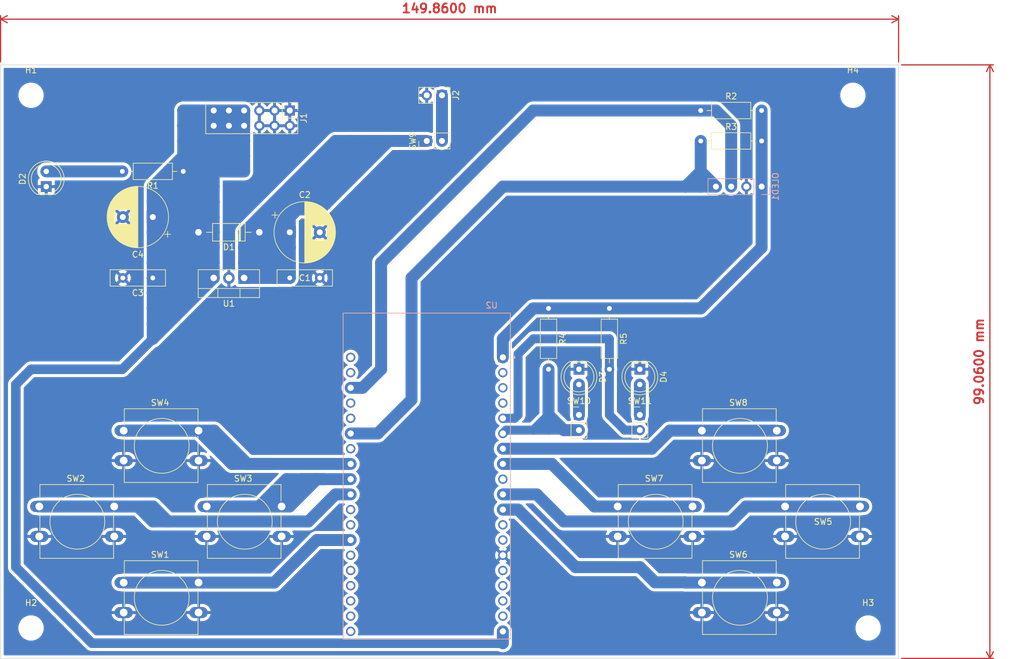
<source format=kicad_pcb>
(kicad_pcb (version 20211014) (generator pcbnew)
  (layers (0 "F.Cu" signal) (31 "B.Cu" signal) (34 "B.Paste" user) (35 "F.Paste" user) (36 "B.SilkS" user "B.Silkscreen") (37 "F.SilkS" user "F.Silkscreen") (38 "B.Mask" user) (39 "F.Mask" user) (44 "Edge.Cuts" user))
  (net 0 "")
  (net 1 "Net-(C1-Pad1)")
  (net 2 "GND")
  (net 3 "+5V")
  (net 4 "Net-(D2-Pad2)")
  (net 5 "Net-(D3-Pad2)")
  (net 6 "Net-(D4-Pad2)")
  (net 7 "VCC")
  (net 8 "+3.3V")
  (net 9 "SCL")
  (net 10 "SDA")
  (net 11 "5")
  (net 12 "6")
  (net 13 "A")
  (net 14 "B")
  (net 15 "C")
  (net 16 "D")
  (net 17 "1")
  (net 18 "2")
  (net 19 "3")
  (net 20 "4")
  (footprint "Button_Switch_THT:SW_PUSH-12mm" (layer "F.Cu") (at 69.96 124.5)
    (fp_text reference "SW2" (at 6.08 -4.66) (layer "F.SilkS"))
    (fp_text value "SW_Push_Dual")
    (pad "1" thru_hole oval (at 0 0) (size 3.048 1.85) (drill 1.3) (layers *.Cu *.Mask) (net 14 "B"))
    (pad "1" thru_hole oval (at 12.5 0) (size 3.048 1.85) (drill 1.3) (layers *.Cu *.Mask) (net 14 "B"))
    (pad "2" thru_hole oval (at 0 5) (size 3.048 1.85) (drill 1.3) (layers *.Cu *.Mask) (net 2 "GND"))
    (pad "2" thru_hole oval (at 12.5 5) (size 3.048 1.85) (drill 1.3) (layers *.Cu *.Mask) (net 2 "GND"))
  )
  (footprint "MountingHole:MountingHole_3.2mm_M3" (layer "F.Cu") (at 208.28 144.78)
    (fp_text reference "H3" (at 0 -4.2) (layer "F.SilkS"))
    (fp_text value "MountingHole")
    (pad "" np_thru_hole circle (at 0 0) (size 3.2 3.2) (drill 3.2) (layers *.Cu *.Mask))
  )
  (footprint "Button_Switch_THT:SW_PUSH-12mm" (layer "F.Cu") (at 166.48 124.5)
    (fp_text reference "SW7" (at 6.08 -4.66) (layer "F.SilkS"))
    (fp_text value "SW_Push_Dual")
    (pad "1" thru_hole oval (at 0 0) (size 3.048 1.85) (drill 1.3) (layers *.Cu *.Mask) (net 19 "3"))
    (pad "1" thru_hole oval (at 12.5 0) (size 3.048 1.85) (drill 1.3) (layers *.Cu *.Mask) (net 19 "3"))
    (pad "2" thru_hole oval (at 0 5) (size 3.048 1.85) (drill 1.3) (layers *.Cu *.Mask) (net 2 "GND"))
    (pad "2" thru_hole oval (at 12.5 5) (size 3.048 1.85) (drill 1.3) (layers *.Cu *.Mask) (net 2 "GND"))
  )
  (footprint "Button_Switch_THT:SW_PUSH-12mm" (layer "F.Cu") (at 97.9 124.5)
    (fp_text reference "SW3" (at 6.08 -4.66) (layer "F.SilkS"))
    (fp_text value "SW_Push_Dual")
    (pad "1" thru_hole oval (at 0 0) (size 3.048 1.85) (drill 1.3) (layers *.Cu *.Mask) (net 15 "C"))
    (pad "1" thru_hole oval (at 12.5 0) (size 3.048 1.85) (drill 1.3) (layers *.Cu *.Mask) (net 15 "C"))
    (pad "2" thru_hole oval (at 12.5 5) (size 3.048 1.85) (drill 1.3) (layers *.Cu *.Mask) (net 2 "GND"))
    (pad "2" thru_hole oval (at 0 5) (size 3.048 1.85) (drill 1.3) (layers *.Cu *.Mask) (net 2 "GND"))
  )
  (footprint "MountingHole:MountingHole_3.2mm_M3" (layer "F.Cu") (at 68.58 144.78)
    (fp_text reference "H2" (at 0 -4.2) (layer "F.SilkS"))
    (fp_text value "MountingHole")
    (pad "" np_thru_hole circle (at 0 0) (size 3.2 3.2) (drill 3.2) (layers *.Cu *.Mask))
  )
  (footprint "Connector_PinHeader_2.54mm:PinHeader_1x02_P2.54mm_Vertical" (layer "F.Cu") (at 170.18 109.22)
    (fp_text reference "SW11" (at 0 -2.33) (layer "F.SilkS"))
    (fp_text value "SW_DIP_x01")
    (pad "1" thru_hole rect (at 0 0) (size 1.7 1.7) (drill 1) (layers *.Cu *.Mask) (net 6 "Net-(D4-Pad2)"))
    (pad "2" thru_hole oval (at 0 2.54) (size 1.7 1.7) (drill 1) (layers *.Cu *.Mask) (net 12 "6"))
  )
  (footprint "LED_THT:LED_D5.0mm" (layer "F.Cu") (at 71.12 71.12 90)
    (fp_text reference "D2" (at 1.27 -3.96 90) (layer "F.SilkS"))
    (fp_text value "LED")
    (pad "1" thru_hole rect (at 0 0 90) (size 1.8 1.8) (drill 0.9) (layers *.Cu *.Mask) (net 2 "GND"))
    (pad "2" thru_hole circle (at 2.54 0 90) (size 1.8 1.8) (drill 0.9) (layers *.Cu *.Mask) (net 4 "Net-(D2-Pad2)"))
  )
  (footprint "Connector_PinHeader_2.54mm:PinHeader_1x02_P2.54mm_Vertical" (layer "F.Cu") (at 160.02 109.22)
    (fp_text reference "SW10" (at 0 -2.33) (layer "F.SilkS"))
    (fp_text value "SW_DIP_x01")
    (pad "1" thru_hole rect (at 0 0) (size 1.7 1.7) (drill 1) (layers *.Cu *.Mask) (net 5 "Net-(D3-Pad2)"))
    (pad "2" thru_hole oval (at 0 2.54) (size 1.7 1.7) (drill 1) (layers *.Cu *.Mask) (net 11 "5"))
  )
  (footprint "Button_Switch_THT:SW_PUSH-12mm" (layer "F.Cu") (at 180.54 137.2)
    (fp_text reference "SW6" (at 6.08 -4.66) (layer "F.SilkS"))
    (fp_text value "SW_Push_Dual")
    (pad "1" thru_hole oval (at 0 0) (size 3.048 1.85) (drill 1.3) (layers *.Cu *.Mask) (net 18 "2"))
    (pad "1" thru_hole oval (at 12.5 0) (size 3.048 1.85) (drill 1.3) (layers *.Cu *.Mask) (net 18 "2"))
    (pad "2" thru_hole oval (at 0 5) (size 3.048 1.85) (drill 1.3) (layers *.Cu *.Mask) (net 2 "GND"))
    (pad "2" thru_hole oval (at 12.5 5) (size 3.048 1.85) (drill 1.3) (layers *.Cu *.Mask) (net 2 "GND"))
  )
  (footprint "Capacitor_THT:C_Disc_D9.0mm_W2.5mm_P5.00mm" (layer "F.Cu") (at 88.9 86.36 180)
    (fp_text reference "C3" (at 2.5 -2.5) (layer "F.SilkS"))
    (fp_text value "0.1μF")
    (pad "1" thru_hole circle (at 0 0 180) (size 1.6 1.6) (drill 0.8) (layers *.Cu *.Mask) (net 3 "+5V"))
    (pad "2" thru_hole circle (at 5 0 180) (size 1.6 1.6) (drill 0.8) (layers *.Cu *.Mask) (net 2 "GND"))
  )
  (footprint "Resistor_THT:R_Axial_DIN0207_L6.3mm_D2.5mm_P10.16mm_Horizontal" (layer "F.Cu") (at 154.94 91.44 -90)
    (fp_text reference "R4" (at 5.08 -2.37 90) (layer "F.SilkS"))
    (fp_text value "220")
    (pad "1" thru_hole circle (at 0 0 270) (size 1.6 1.6) (drill 0.8) (layers *.Cu *.Mask) (net 8 "+3.3V"))
    (pad "2" thru_hole oval (at 10.16 0 270) (size 1.6 1.6) (drill 0.8) (layers *.Cu *.Mask) (net 11 "5"))
  )
  (footprint "Resistor_THT:R_Axial_DIN0207_L6.3mm_D2.5mm_P10.16mm_Horizontal" (layer "F.Cu") (at 180.34 63.5)
    (fp_text reference "R3" (at 5.08 -2.37) (layer "F.SilkS"))
    (fp_text value "10k")
    (pad "1" thru_hole circle (at 0 0) (size 1.6 1.6) (drill 0.8) (layers *.Cu *.Mask) (net 10 "SDA"))
    (pad "2" thru_hole oval (at 10.16 0) (size 1.6 1.6) (drill 0.8) (layers *.Cu *.Mask) (net 8 "+3.3V"))
  )
  (footprint "MountingHole:MountingHole_3.2mm_M3" (layer "F.Cu") (at 205.74 55.88)
    (fp_text reference "H4" (at 0 -4.2) (layer "F.SilkS"))
    (fp_text value "MountingHole")
    (pad "" np_thru_hole circle (at 0 0) (size 3.2 3.2) (drill 3.2) (layers *.Cu *.Mask))
  )
  (footprint "LED_THT:LED_D5.0mm" (layer "F.Cu") (at 170.18 101.6 -90)
    (fp_text reference "D4" (at 1.27 -3.96 90) (layer "F.SilkS"))
    (fp_text value "LED")
    (pad "1" thru_hole rect (at 0 0 270) (size 1.8 1.8) (drill 0.9) (layers *.Cu *.Mask) (net 2 "GND"))
    (pad "2" thru_hole circle (at 2.54 0 270) (size 1.8 1.8) (drill 0.9) (layers *.Cu *.Mask) (net 6 "Net-(D4-Pad2)"))
  )
  (footprint "LED_THT:LED_D5.0mm" (layer "F.Cu") (at 160.02 101.6 -90)
    (fp_text reference "D3" (at 1.27 -3.96 90) (layer "F.SilkS"))
    (fp_text value "LED")
    (pad "1" thru_hole rect (at 0 0 270) (size 1.8 1.8) (drill 0.9) (layers *.Cu *.Mask) (net 2 "GND"))
    (pad "2" thru_hole circle (at 2.54 0 270) (size 1.8 1.8) (drill 0.9) (layers *.Cu *.Mask) (net 5 "Net-(D3-Pad2)"))
  )
  (footprint "Button_Switch_THT:SW_PUSH-12mm" (layer "F.Cu") (at 84.04 111.84)
    (fp_text reference "SW4" (at 6.08 -4.66) (layer "F.SilkS"))
    (fp_text value "SW_Push_Dual")
    (pad "1" thru_hole oval (at 0 0) (size 3.048 1.85) (drill 1.3) (layers *.Cu *.Mask) (net 16 "D"))
    (pad "1" thru_hole oval (at 12.5 0) (size 3.048 1.85) (drill 1.3) (layers *.Cu *.Mask) (net 16 "D"))
    (pad "2" thru_hole oval (at 0 5) (size 3.048 1.85) (drill 1.3) (layers *.Cu *.Mask) (net 2 "GND"))
    (pad "2" thru_hole oval (at 12.5 5) (size 3.048 1.85) (drill 1.3) (layers *.Cu *.Mask) (net 2 "GND"))
  )
  (footprint "Button_Switch_THT:SW_PUSH-12mm" (layer "F.Cu") (at 194.42 124.5)
    (fp_text reference "SW5" (at 6.35 2.54) (layer "F.SilkS"))
    (fp_text value "SW_Push_Dual")
    (pad "1" thru_hole oval (at 0 0) (size 3.048 1.85) (drill 1.3) (layers *.Cu *.Mask) (net 17 "1"))
    (pad "1" thru_hole oval (at 12.5 0) (size 3.048 1.85) (drill 1.3) (layers *.Cu *.Mask) (net 17 "1"))
    (pad "2" thru_hole oval (at 0 5) (size 3.048 1.85) (drill 1.3) (layers *.Cu *.Mask) (net 2 "GND"))
    (pad "2" thru_hole oval (at 12.5 5) (size 3.048 1.85) (drill 1.3) (layers *.Cu *.Mask) (net 2 "GND"))
  )
  (footprint "Button_Switch_THT:SW_PUSH-12mm" (layer "F.Cu") (at 180.54 111.84)
    (fp_text reference "SW8" (at 6.08 -4.66) (layer "F.SilkS"))
    (fp_text value "SW_Push_Dual")
    (pad "1" thru_hole oval (at 12.5 0) (size 3.048 1.85) (drill 1.3) (layers *.Cu *.Mask) (net 20 "4"))
    (pad "1" thru_hole oval (at 0 0) (size 3.048 1.85) (drill 1.3) (layers *.Cu *.Mask) (net 20 "4"))
    (pad "2" thru_hole oval (at 12.5 5) (size 3.048 1.85) (drill 1.3) (layers *.Cu *.Mask) (net 2 "GND"))
    (pad "2" thru_hole oval (at 0 5) (size 3.048 1.85) (drill 1.3) (layers *.Cu *.Mask) (net 2 "GND"))
  )
  (footprint "Diode_THT:D_DO-41_SOD81_P10.16mm_Horizontal" (layer "F.Cu") (at 106.68 78.74 180)
    (fp_text reference "D1" (at 5.08 -2.47) (layer "F.SilkS"))
    (fp_text value "D_Schottky")
    (pad "1" thru_hole rect (at 0 0 180) (size 2.2 2.2) (drill 1.1) (layers *.Cu *.Mask) (net 1 "Net-(C1-Pad1)"))
    (pad "2" thru_hole oval (at 10.16 0 180) (size 2.2 2.2) (drill 1.1) (layers *.Cu *.Mask) (net 3 "+5V"))
  )
  (footprint "Resistor_THT:R_Axial_DIN0207_L6.3mm_D2.5mm_P10.16mm_Horizontal" (layer "F.Cu") (at 165.1 91.44 -90)
    (fp_text reference "R5" (at 5.08 -2.37 90) (layer "F.SilkS"))
    (fp_text value "220")
    (pad "1" thru_hole circle (at 0 0 270) (size 1.6 1.6) (drill 0.8) (layers *.Cu *.Mask) (net 8 "+3.3V"))
    (pad "2" thru_hole oval (at 10.16 0 270) (size 1.6 1.6) (drill 0.8) (layers *.Cu *.Mask) (net 12 "6"))
  )
  (footprint "Button_Switch_THT:SW_PUSH-12mm" (layer "F.Cu") (at 84.04 137.2)
    (fp_text reference "SW1" (at 6.08 -4.66) (layer "F.SilkS"))
    (fp_text value "SW_Push_Dual")
    (pad "1" thru_hole oval (at 0 0) (size 3.048 1.85) (drill 1.3) (layers *.Cu *.Mask) (net 13 "A"))
    (pad "1" thru_hole oval (at 12.5 0) (size 3.048 1.85) (drill 1.3) (layers *.Cu *.Mask) (net 13 "A"))
    (pad "2" thru_hole oval (at 0 5) (size 3.048 1.85) (drill 1.3) (layers *.Cu *.Mask) (net 2 "GND"))
    (pad "2" thru_hole oval (at 12.5 5) (size 3.048 1.85) (drill 1.3) (layers *.Cu *.Mask) (net 2 "GND"))
  )
  (footprint "Connector_PinHeader_2.54mm:PinHeader_2x06_P2.54mm_Vertical" (layer "F.Cu") (at 111.76 58.42 -90)
    (fp_text reference "J1" (at 1.27 -2.33 90) (layer "F.SilkS"))
    (fp_text value "Conn_02x06_Odd_Even")
    (pad "1" thru_hole rect (at 0 0 270) (size 1.7 1.7) (drill 1) (layers *.Cu *.Mask) (net 2 "GND"))
    (pad "2" thru_hole oval (at 2.54 0 270) (size 1.7 1.7) (drill 1) (layers *.Cu *.Mask) (net 2 "GND"))
    (pad "3" thru_hole oval (at 0 2.54 270) (size 1.7 1.7) (drill 1) (layers *.Cu *.Mask) (net 2 "GND"))
    (pad "4" thru_hole oval (at 2.54 2.54 270) (size 1.7 1.7) (drill 1) (layers *.Cu *.Mask) (net 2 "GND"))
    (pad "5" thru_hole oval (at 0 5.08 270) (size 1.7 1.7) (drill 1) (layers *.Cu *.Mask) (net 2 "GND"))
    (pad "6" thru_hole oval (at 2.54 5.08 270) (size 1.7 1.7) (drill 1) (layers *.Cu *.Mask) (net 2 "GND"))
    (pad "7" thru_hole oval (at 0 7.62 270) (size 1.7 1.7) (drill 1) (layers *.Cu *.Mask) (net 3 "+5V"))
    (pad "8" thru_hole oval (at 2.54 7.62 270) (size 1.7 1.7) (drill 1) (layers *.Cu *.Mask) (net 3 "+5V"))
    (pad "9" thru_hole oval (at 0 10.16 270) (size 1.7 1.7) (drill 1) (layers *.Cu *.Mask) (net 3 "+5V"))
    (pad "10" thru_hole oval (at 2.54 10.16 270) (size 1.7 1.7) (drill 1) (layers *.Cu *.Mask) (net 3 "+5V"))
    (pad "11" thru_hole oval (at 0 12.7 270) (size 1.7 1.7) (drill 1) (layers *.Cu *.Mask) (net 3 "+5V"))
    (pad "12" thru_hole oval (at 2.54 12.7 270) (size 1.7 1.7) (drill 1) (layers *.Cu *.Mask) (net 3 "+5V"))
  )
  (footprint "Connector_PinHeader_2.54mm:PinHeader_1x02_P2.54mm_Vertical" (layer "F.Cu") (at 134.62 63.5 90)
    (fp_text reference "SW9" (at 0 -2.33 90) (layer "F.SilkS"))
    (fp_text value "SW_DIP_x01")
    (pad "1" thru_hole rect (at 0 0 90) (size 1.7 1.7) (drill 1) (layers *.Cu *.Mask) (net 1 "Net-(C1-Pad1)"))
    (pad "2" thru_hole oval (at 0 2.54 90) (size 1.7 1.7) (drill 1) (layers *.Cu *.Mask) (net 7 "VCC"))
  )
  (footprint "Capacitor_THT:CP_Radial_D10.0mm_P5.00mm" (layer "F.Cu") (at 111.76 78.74)
    (fp_text reference "C2" (at 2.5 -6.25) (layer "F.SilkS"))
    (fp_text value "10uF～100uF")
    (pad "1" thru_hole rect (at 0 0) (size 2 2) (drill 1) (layers *.Cu *.Mask) (net 1 "Net-(C1-Pad1)"))
    (pad "2" thru_hole circle (at 5 0) (size 2 2) (drill 1) (layers *.Cu *.Mask) (net 2 "GND"))
  )
  (footprint "Resistor_THT:R_Axial_DIN0207_L6.3mm_D2.5mm_P10.16mm_Horizontal" (layer "F.Cu") (at 93.98 68.58 180)
    (fp_text reference "R1" (at 5.08 -2.37) (layer "F.SilkS"))
    (fp_text value "510")
    (pad "1" thru_hole circle (at 0 0 180) (size 1.6 1.6) (drill 0.8) (layers *.Cu *.Mask) (net 3 "+5V"))
    (pad "2" thru_hole oval (at 10.16 0 180) (size 1.6 1.6) (drill 0.8) (layers *.Cu *.Mask) (net 4 "Net-(D2-Pad2)"))
  )
  (footprint "MountingHole:MountingHole_3.2mm_M3" (layer "F.Cu") (at 68.58 55.88)
    (fp_text reference "H1" (at 0 -4.2) (layer "F.SilkS"))
    (fp_text value "MountingHole")
    (pad "" np_thru_hole circle (at 0 0) (size 3.2 3.2) (drill 3.2) (layers *.Cu *.Mask))
  )
  (footprint "Resistor_THT:R_Axial_DIN0207_L6.3mm_D2.5mm_P10.16mm_Horizontal" (layer "F.Cu") (at 180.34 58.42)
    (fp_text reference "R2" (at 5.08 -2.37) (layer "F.SilkS"))
    (fp_text value "10k")
    (pad "1" thru_hole circle (at 0 0) (size 1.6 1.6) (drill 0.8) (layers *.Cu *.Mask) (net 9 "SCL"))
    (pad "2" thru_hole oval (at 10.16 0) (size 1.6 1.6) (drill 0.8) (layers *.Cu *.Mask) (net 8 "+3.3V"))
  )
  (footprint "Package_TO_SOT_THT:TO-220-3_Vertical" (layer "F.Cu") (at 104.14 86.36 180)
    (fp_text reference "U1" (at 2.54 -4.27) (layer "F.SilkS"))
    (fp_text value "7805")
    (pad "1" thru_hole rect (at 0 0 180) (size 1.905 2) (drill 1.1) (layers *.Cu *.Mask) (net 1 "Net-(C1-Pad1)"))
    (pad "2" thru_hole oval (at 2.54 0 180) (size 1.905 2) (drill 1.1) (layers *.Cu *.Mask) (net 2 "GND"))
    (pad "3" thru_hole oval (at 5.08 0 180) (size 1.905 2) (drill 1.1) (layers *.Cu *.Mask) (net 3 "+5V"))
  )
  (footprint "Capacitor_THT:C_Disc_D9.0mm_W2.5mm_P5.00mm" (layer "F.Cu") (at 111.76 86.36)
    (fp_text reference "C1" (at 2.5 0) (layer "F.SilkS"))
    (fp_text value "0.1μF")
    (pad "1" thru_hole circle (at 0 0) (size 1.6 1.6) (drill 0.8) (layers *.Cu *.Mask) (net 1 "Net-(C1-Pad1)"))
    (pad "2" thru_hole circle (at 5 0) (size 1.6 1.6) (drill 0.8) (layers *.Cu *.Mask) (net 2 "GND"))
  )
  (footprint "Connector_PinHeader_2.54mm:PinHeader_1x02_P2.54mm_Vertical" (layer "F.Cu") (at 137.16 55.88 -90)
    (fp_text reference "J2" (at 0 -2.33 90) (layer "F.SilkS"))
    (fp_text value "Conn_01x02_Female")
    (pad "1" thru_hole rect (at 0 0 270) (size 1.7 1.7) (drill 1) (layers *.Cu *.Mask) (net 7 "VCC"))
    (pad "2" thru_hole oval (at 0 2.54 270) (size 1.7 1.7) (drill 1) (layers *.Cu *.Mask) (net 2 "GND"))
  )
  (footprint "Capacitor_THT:CP_Radial_D10.0mm_P5.00mm" (layer "F.Cu") (at 88.9 76.2 180)
    (fp_text reference "C4" (at 2.5 -6.25) (layer "F.SilkS"))
    (fp_text value "10uF～100uF")
    (pad "1" thru_hole rect (at 0 0 180) (size 2 2) (drill 1) (layers *.Cu *.Mask) (net 3 "+5V"))
    (pad "2" thru_hole circle (at 5 0 180) (size 2 2) (drill 1) (layers *.Cu *.Mask) (net 2 "GND"))
  )
  (footprint "Connector_PinHeader_2.54mm:PinHeader_1x04_P2.54mm_Vertical" (layer "B.Cu") (at 190.5 71.12 90)
    (fp_text reference "OLED1" (at 0 2.33 90) (layer "B.SilkS") (effects (justify mirror)))
    (fp_text value "OLED")
    (pad "1" thru_hole rect (at 0 0 90) (size 1.7 1.7) (drill 1) (layers *.Cu *.Mask) (net 8 "+3.3V"))
    (pad "2" thru_hole oval (at 0 -2.54 90) (size 1.7 1.7) (drill 1) (layers *.Cu *.Mask) (net 2 "GND"))
    (pad "3" thru_hole oval (at 0 -5.08 90) (size 1.7 1.7) (drill 1) (layers *.Cu *.Mask) (net 9 "SCL"))
    (pad "4" thru_hole oval (at 0 -7.62 90) (size 1.7 1.7) (drill 1) (layers *.Cu *.Mask) (net 10 "SDA"))
  )
  (footprint "ESP32-DEVKITC-32D:MODULE_ESP32-DEVKITC-32D" (layer "B.Cu") (at 134.62 119.38 180)
    (fp_text reference "U2" (at -10.829175 28.446045) (layer "B.SilkS") (effects (font (size 1.000386 1.000386)) (justify mirror)))
    (fp_text value "ESP32-DEVKITC-32D")
    (pad "J2-1" thru_hole rect locked (at -12.7 19.76 180) (size 1.56 1.56) (drill 1.04) (layers *.Cu *.Mask) (net 8 "+3.3V"))
    (pad "J2-2" thru_hole circle locked (at -12.7 17.22 180) (size 1.56 1.56) (drill 1.04) (layers *.Cu *.Mask))
    (pad "J2-3" thru_hole circle locked (at -12.7 14.68 180) (size 1.56 1.56) (drill 1.04) (layers *.Cu *.Mask))
    (pad "J2-4" thru_hole circle locked (at -12.7 12.14 180) (size 1.56 1.56) (drill 1.04) (layers *.Cu *.Mask))
    (pad "J2-5" thru_hole circle locked (at -12.7 9.6 180) (size 1.56 1.56) (drill 1.04) (layers *.Cu *.Mask) (net 12 "6"))
    (pad "J2-6" thru_hole circle locked (at -12.7 7.06 180) (size 1.56 1.56) (drill 1.04) (layers *.Cu *.Mask) (net 11 "5"))
    (pad "J2-7" thru_hole circle locked (at -12.7 4.52 180) (size 1.56 1.56) (drill 1.04) (layers *.Cu *.Mask) (net 20 "4"))
    (pad "J2-8" thru_hole circle locked (at -12.7 1.98 180) (size 1.56 1.56) (drill 1.04) (layers *.Cu *.Mask) (net 19 "3"))
    (pad "J2-9" thru_hole circle locked (at -12.7 -0.56 180) (size 1.56 1.56) (drill 1.04) (layers *.Cu *.Mask))
    (pad "J2-10" thru_hole circle locked (at -12.7 -3.1 180) (size 1.56 1.56) (drill 1.04) (layers *.Cu *.Mask) (net 17 "1"))
    (pad "J2-11" thru_hole circle locked (at -12.7 -5.64 180) (size 1.56 1.56) (drill 1.04) (layers *.Cu *.Mask) (net 18 "2"))
    (pad "J2-12" thru_hole circle locked (at -12.7 -8.18 180) (size 1.56 1.56) (drill 1.04) (layers *.Cu *.Mask))
    (pad "J2-13" thru_hole circle locked (at -12.7 -10.72 180) (size 1.56 1.56) (drill 1.04) (layers *.Cu *.Mask))
    (pad "J2-14" thru_hole circle locked (at -12.7 -13.26 180) (size 1.56 1.56) (drill 1.04) (layers *.Cu *.Mask) (net 2 "GND"))
    (pad "J2-15" thru_hole circle locked (at -12.7 -15.8 180) (size 1.56 1.56) (drill 1.04) (layers *.Cu *.Mask))
    (pad "J2-16" thru_hole circle locked (at -12.7 -18.34 180) (size 1.56 1.56) (drill 1.04) (layers *.Cu *.Mask))
    (pad "J2-17" thru_hole circle locked (at -12.7 -20.88 180) (size 1.56 1.56) (drill 1.04) (layers *.Cu *.Mask))
    (pad "J2-18" thru_hole circle locked (at -12.7 -23.42 180) (size 1.56 1.56) (drill 1.04) (layers *.Cu *.Mask))
    (pad "J2-19" thru_hole circle locked (at -12.7 -25.96 180) (size 1.56 1.56) (drill 1.04) (layers *.Cu *.Mask) (net 3 "+5V"))
    (pad "J3-1" thru_hole circle locked (at 12.7 19.76 180) (size 1.56 1.56) (drill 1.04) (layers *.Cu *.Mask))
    (pad "J3-2" thru_hole circle locked (at 12.7 17.22 180) (size 1.56 1.56) (drill 1.04) (layers *.Cu *.Mask))
    (pad "J3-3" thru_hole circle locked (at 12.7 14.68 180) (size 1.56 1.56) (drill 1.04) (layers *.Cu *.Mask) (net 9 "SCL"))
    (pad "J3-4" thru_hole circle locked (at 12.7 12.14 180) (size 1.56 1.56) (drill 1.04) (layers *.Cu *.Mask))
    (pad "J3-5" thru_hole circle locked (at 12.7 9.6 180) (size 1.56 1.56) (drill 1.04) (layers *.Cu *.Mask))
    (pad "J3-6" thru_hole circle locked (at 12.7 7.06 180) (size 1.56 1.56) (drill 1.04) (layers *.Cu *.Mask) (net 10 "SDA"))
    (pad "J3-7" thru_hole circle locked (at 12.7 4.52 180) (size 1.56 1.56) (drill 1.04) (layers *.Cu *.Mask))
    (pad "J3-8" thru_hole circle locked (at 12.7 1.98 180) (size 1.56 1.56) (drill 1.04) (layers *.Cu *.Mask) (net 16 "D"))
    (pad "J3-9" thru_hole circle locked (at 12.7 -0.56 180) (size 1.56 1.56) (drill 1.04) (layers *.Cu *.Mask) (net 15 "C"))
    (pad "J3-10" thru_hole circle locked (at 12.7 -3.1 180) (size 1.56 1.56) (drill 1.04) (layers *.Cu *.Mask) (net 14 "B"))
    (pad "J3-11" thru_hole circle locked (at 12.7 -5.64 180) (size 1.56 1.56) (drill 1.04) (layers *.Cu *.Mask))
    (pad "J3-12" thru_hole circle locked (at 12.7 -8.18 180) (size 1.56 1.56) (drill 1.04) (layers *.Cu *.Mask))
    (pad "J3-13" thru_hole circle locked (at 12.7 -10.72 180) (size 1.56 1.56) (drill 1.04) (layers *.Cu *.Mask) (net 13 "A"))
    (pad "J3-14" thru_hole circle locked (at 12.7 -13.26 180) (size 1.56 1.56) (drill 1.04) (layers *.Cu *.Mask))
    (pad "J3-15" thru_hole circle locked (at 12.7 -15.8 180) (size 1.56 1.56) (drill 1.04) (layers *.Cu *.Mask))
    (pad "J3-16" thru_hole circle locked (at 12.7 -18.34 180) (size 1.56 1.56) (drill 1.04) (layers *.Cu *.Mask))
    (pad "J3-17" thru_hole circle locked (at 12.7 -20.88 180) (size 1.56 1.56) (drill 1.04) (layers *.Cu *.Mask))
    (pad "J3-18" thru_hole circle locked (at 12.7 -23.42 180) (size 1.56 1.56) (drill 1.04) (layers *.Cu *.Mask))
    (pad "J3-19" thru_hole circle locked (at 12.7 -25.96 180) (size 1.56 1.56) (drill 1.04) (layers *.Cu *.Mask))
  )
  (gr_rect (start 213.36 50.8) (end 63.5 149.86) (layer "Edge.Cuts") (width 0.1) (fill none))
  (dimension (type aligned) (layer "F.Cu") (pts (xy 213.36 50.8) (xy 213.36 149.86)) (height -15.24) (gr_text "99.0600 mm" (at 226.8 100.33 90) (layer "F.Cu") (effects (font (size 1.5 1.5) (thickness 0.3)))) (format (units 3) (units_format 1) (precision 4)) (style (thickness 0.2) (arrow_length 1.27) (text_position_mode 0) (extension_height 0.58642) (extension_offset 0.5) keep_text_aligned))
  (dimension (type aligned) (layer "F.Cu") (pts (xy 63.5 50.8) (xy 213.36 50.8)) (height -7.62) (gr_text "149.8600 mm" (at 138.43 41.38) (layer "F.Cu") (effects (font (size 1.5 1.5) (thickness 0.3)))) (format (units 3) (units_format 1) (precision 4)) (style (thickness 0.2) (arrow_length 1.27) (text_position_mode 0) (extension_height 0.58642) (extension_offset 0.5) keep_text_aligned))
  (segment (start 109.22 83.82) (end 111.76 86.36) (width 2) (layer "B.Cu") (net 1))
  (segment (start 110.49 74.93) (end 121.92 63.5) (width 2) (layer "B.Cu") (net 1))
  (segment (start 106.68 76.2) (end 106.68 78.74) (width 2) (layer "B.Cu") (net 1))
  (segment (start 128.27 63.5) (end 126.365 65.405) (width 2) (layer "B.Cu") (net 1))
  (segment (start 104.14 78.74) (end 106.68 81.28) (width 2) (layer "B.Cu") (net 1))
  (segment (start 111.76 81.28) (end 109.22 81.28) (width 2) (layer "B.Cu") (net 1))
  (segment (start 121.92 63.5) (end 121.92 66.04) (width 2) (layer "B.Cu") (net 1))
  (segment (start 106.68 78.74) (end 104.14 78.74) (width 2) (layer "B.Cu") (net 1))
  (segment (start 104.14 81.28) (end 104.14 83.82) (width 2) (layer "B.Cu") (net 1))
  (segment (start 113.03 74.93) (end 121.92 66.04) (width 2) (layer "B.Cu") (net 1))
  (segment (start 119.38 63.5) (end 124.46 63.5) (width 2) (layer "B.Cu") (net 1))
  (segment (start 121.92 68.58) (end 124.46 66.04) (width 2) (layer "B.Cu") (net 1))
  (segment (start 106.68 86.36) (end 106.68 81.28) (width 2) (layer "B.Cu") (net 1))
  (segment (start 107.95 82.55) (end 106.68 83.82) (width 2) (layer "B.Cu") (net 1))
  (segment (start 115.57 74.93) (end 113.03 74.93) (width 2) (layer "B.Cu") (net 1))
  (segment (start 104.14 78.74) (end 119.38 63.5) (width 2) (layer "B.Cu") (net 1))
  (segment (start 124.46 63.5) (end 128.27 63.5) (width 2) (layer "B.Cu") (net 1))
  (segment (start 134.62 63.5) (end 128.27 63.5) (width 2) (layer "B.Cu") (net 1))
  (segment (start 109.22 78.74) (end 111.76 78.74) (width 2) (layer "B.Cu") (net 1))
  (segment (start 111.76 76.2) (end 113.03 74.93) (width 2) (layer "B.Cu") (net 1))
  (segment (start 111.76 83.82) (end 106.68 78.74) (width 2) (layer "B.Cu") (net 1))
  (segment (start 104.14 81.28) (end 106.68 81.28) (width 2) (layer "B.Cu") (net 1))
  (segment (start 109.22 86.36) (end 109.22 83.82) (width 2) (layer "B.Cu") (net 1))
  (segment (start 106.68 81.28) (end 109.22 81.28) (width 2) (layer "B.Cu") (net 1))
  (segment (start 104.14 83.82) (end 104.14 86.36) (width 2) (layer "B.Cu") (net 1))
  (segment (start 126.365 65.405) (end 116.84 74.93) (width 2) (layer "B.Cu") (net 1))
  (segment (start 106.68 86.36) (end 104.14 83.82) (width 2) (layer "B.Cu") (net 1))
  (segment (start 106.68 83.82) (end 106.68 86.36) (width 2) (layer "B.Cu") (net 1))
  (segment (start 109.22 78.74) (end 109.22 76.2) (width 2) (layer "B.Cu") (net 1))
  (segment (start 104.14 78.74) (end 104.14 81.28) (width 2) (layer "B.Cu") (net 1))
  (segment (start 106.68 81.28) (end 107.95 82.55) (width 2) (layer "B.Cu") (net 1))
  (segment (start 107.95 74.93) (end 106.68 76.2) (width 2) (layer "B.Cu") (net 1))
  (segment (start 111.76 76.2) (end 109.22 76.2) (width 2) (layer "B.Cu") (net 1))
  (segment (start 104.14 81.28) (end 106.68 83.82) (width 2) (layer "B.Cu") (net 1))
  (segment (start 123.19 64.77) (end 124.46 66.04) (width 2) (layer "B.Cu") (net 1))
  (segment (start 124.46 63.5) (end 126.365 65.405) (width 2) (layer "B.Cu") (net 1))
  (segment (start 111.76 78.74) (end 111.76 76.2) (width 2) (layer "B.Cu") (net 1))
  (segment (start 109.22 83.82) (end 109.22 81.28) (width 2) (layer "B.Cu") (net 1))
  (segment (start 109.22 81.28) (end 111.76 78.74) (width 2) (layer "B.Cu") (net 1))
  (segment (start 106.68 86.36) (end 109.22 86.36) (width 2) (layer "B.Cu") (net 1))
  (segment (start 123.19 64.77) (end 121.92 66.04) (width 2) (layer "B.Cu") (net 1))
  (segment (start 109.22 78.74) (end 109.22 81.28) (width 2) (layer "B.Cu") (net 1))
  (segment (start 107.95 82.55) (end 109.22 83.82) (width 2) (layer "B.Cu") (net 1))
  (segment (start 104.14 86.36) (end 106.68 86.36) (width 2) (layer "B.Cu") (net 1))
  (segment (start 111.76 78.74) (end 111.76 81.28) (width 2) (layer "B.Cu") (net 1))
  (segment (start 121.92 68.58) (end 115.57 74.93) (width 2) (layer "B.Cu") (net 1))
  (segment (start 121.92 66.04) (end 121.92 68.58) (width 2) (layer "B.Cu") (net 1))
  (segment (start 106.68 78.74) (end 109.22 78.74) (width 2) (layer "B.Cu") (net 1))
  (segment (start 111.76 81.28) (end 111.76 86.36) (width 2) (layer "B.Cu") (net 1))
  (segment (start 109.22 78.74) (end 111.76 76.2) (width 2) (layer "B.Cu") (net 1))
  (segment (start 109.22 76.2) (end 106.68 76.2) (width 2) (layer "B.Cu") (net 1))
  (segment (start 111.76 86.36) (end 111.76 83.82) (width 2) (layer "B.Cu") (net 1))
  (segment (start 124.46 66.04) (end 124.46 63.5) (width 2) (layer "B.Cu") (net 1))
  (segment (start 110.49 74.93) (end 107.95 74.93) (width 2) (layer "B.Cu") (net 1))
  (segment (start 121.92 63.5) (end 123.19 64.77) (width 2) (layer "B.Cu") (net 1))
  (segment (start 109.22 86.36) (end 111.76 86.36) (width 2) (layer "B.Cu") (net 1))
  (segment (start 106.68 86.36) (end 109.22 83.82) (width 2) (layer "B.Cu") (net 1))
  (segment (start 106.68 76.2) (end 109.22 78.74) (width 2) (layer "B.Cu") (net 1))
  (segment (start 113.03 74.93) (end 110.49 74.93) (width 2) (layer "B.Cu") (net 1))
  (segment (start 116.84 74.93) (end 115.57 74.93) (width 2) (layer "B.Cu") (net 1))
  (segment (start 96.52 66.04) (end 99.06 68.58) (width 2) (layer "B.Cu") (net 3))
  (segment (start 104.14 68.58) (end 104.14 66.04) (width 2) (layer "B.Cu") (net 3))
  (segment (start 96.52 83.82) (end 96.52 86.36) (width 2) (layer "B.Cu") (net 3))
  (segment (start 147.32 145.34) (end 147.32 147.32) (width 2) (layer "B.Cu") (net 3))
  (segment (start 104.14 58.42) (end 104.14 60.96) (width 2) (layer "B.Cu") (net 3))
  (segment (start 93.98 78.74) (end 91.44 76.2) (width 2) (layer "B.Cu") (net 3))
  (segment (start 96.52 83.82) (end 93.98 83.82) (width 2) (layer "B.Cu") (net 3))
  (segment (start 99.06 73.66) (end 99.06 71.12) (width 2) (layer "B.Cu") (net 3))
  (segment (start 93.98 81.28) (end 96.52 81.28) (width 2) (layer "B.Cu") (net 3))
  (segment (start 88.9 96.52) (end 83.82 101.6) (width 1.6) (layer "B.Cu") (net 3))
  (segment (start 88.9 88.9) (end 88.9 91.44) (width 2) (layer "B.Cu") (net 3))
  (segment (start 93.98 81.28) (end 93.98 83.82) (width 2) (layer "B.Cu") (net 3))
  (segment (start 91.44 68.58) (end 91.44 71.12) (width 2) (layer "B.Cu") (net 3))
  (segment (start 104.14 66.04) (end 101.6 66.04) (width 2) (layer "B.Cu") (net 3))
  (segment (start 104.14 58.42) (end 101.6 58.42) (width 2) (layer "B.Cu") (net 3))
  (segment (start 91.44 86.36) (end 93.98 83.82) (width 2) (layer "B.Cu") (net 3))
  (segment (start 101.6 63.5) (end 101.6 66.04) (width 2) (layer "B.Cu") (net 3))
  (segment (start 99.06 78.74) (end 99.06 76.2) (width 2) (layer "B.Cu") (net 3))
  (segment (start 91.44 91.44) (end 91.44 86.36) (width 2) (layer "B.Cu") (net 3))
  (segment (start 88.9 93.98) (end 91.44 93.98) (width 2) (layer "B.Cu") (net 3))
  (segment (start 99.06 63.5) (end 101.6 60.96) (width 2) (layer "B.Cu") (net 3))
  (segment (start 96.52 76.2) (end 96.52 73.66) (width 2) (layer "B.Cu") (net 3))
  (segment (start 96.52 78.74) (end 99.06 81.28) (width 2) (layer "B.Cu") (net 3))
  (segment (start 88.9 81.28) (end 93.98 81.28) (width 2) (layer "B.Cu") (net 3))
  (segment (start 91.44 81.28) (end 92.71 80.01) (width 2) (layer "B.Cu") (net 3))
  (segment (start 101.6 68.58) (end 101.6 66.04) (width 2) (layer "B.Cu") (net 3))
  (segment (start 93.98 58.42) (end 104.14 58.42) (width 2) (layer "B.Cu") (net 3))
  (segment (start 92.71 92.71) (end 91.44 93.98) (width 2) (layer "B.Cu") (net 3))
  (segment (start 104.14 66.04) (end 104.14 63.5) (width 2) (layer "B.Cu") (net 3))
  (segment (start 96.52 86.36) (end 99.06 86.36) (width 2) (layer "B.Cu") (net 3))
  (segment (start 96.52 76.2) (end 96.52 78.74) (width 2) (layer "B.Cu") (net 3))
  (segment (start 88.9 71.12) (end 91.44 68.58) (width 2) (layer "B.Cu") (net 3))
  (segment (start 91.44 76.2) (end 90.17 77.47) (width 2) (layer "B.Cu") (net 3))
  (segment (start 88.9 91.44) (end 88.9 93.98) (width 2) (layer "B.Cu") (net 3))
  (segment (start 93.98 76.2) (end 96.52 73.66) (width 2) (layer "B.Cu") (net 3))
  (segment (start 93.98 86.36) (end 96.52 83.82) (width 2) (layer "B.Cu") (net 3))
  (segment (start 93.98 86.36) (end 91.44 86.36) (width 2) (layer "B.Cu") (net 3))
  (segment (start 91.44 68.58) (end 93.98 66.04) (width 2) (layer "B.Cu") (net 3))
  (segment (start 91.44 88.9) (end 93.98 91.44) (width 2) (layer "B.Cu") (net 3))
  (segment (start 93.98 71.12) (end 96.52 68.58) (width 2) (layer "B.Cu") (net 3))
  (segment (start 96.52 73.66) (end 96.52 71.12) (width 2) (layer "B.Cu") (net 3))
  (segment (start 88.9 76.2) (end 91.44 73.66) (width 2) (layer "B.Cu") (net 3))
  (segment (start 88.9 86.36) (end 91.44 88.9) (width 2) (layer "B.Cu") (net 3))
  (segment (start 93.98 68.58) (end 93.98 63.5) (width 2) (layer "B.Cu") (net 3))
  (segment (start 88.9 91.44) (end 91.44 91.44) (width 2) (layer "B.Cu") (net 3))
  (segment (start 91.44 88.9) (end 91.44 91.44) (width 2) (layer "B.Cu") (net 3))
  (segment (start 101.6 60.96) (end 96.52 66.04) (width 2) (layer "B.Cu") (net 3))
  (segment (start 93.98 60.96) (end 93.98 58.42) (width 2) (layer "B.Cu") (net 3))
  (segment (start 91.44 68.58) (end 93.98 68.58) (width 2) (layer "B.Cu") (net 3))
  (segment (start 91.44 93.98) (end 88.9 96.52) (width 2) (layer "B.Cu") (net 3))
  (segment (start 78.74 147.32) (end 147.32 147.32) (width 1.6) (layer "B.Cu") (net 3))
  (segment (start 96.52 83.82) (end 99.06 86.36) (width 2) (layer "B.Cu") (net 3))
  (segment (start 93.98 78.74) (end 93.98 81.28) (width 2) (layer "B.Cu") (net 3))
  (segment (start 96.52 78.74) (end 96.52 81.28) (width 2) (layer "B.Cu") (net 3))
  (segment (start 91.44 78.74) (end 92.71 80.01) (width 2) (layer "B.Cu") (net 3))
  (segment (start 90.17 72.39) (end 91.44 71.12) (width 2) (layer "B.Cu") (net 3))
  (segment (start 99.06 63.5) (end 99.06 60.96) (width 2) (layer "B.Cu") (net 3))
  (segment (start 96.52 66.04) (end 93.98 68.58) (width 2) (layer "B.Cu") (net 3))
  (segment (start 96.52 81.28) (end 93.98 78.74) (width 2) (layer "B.Cu") (net 3))
  (segment (start 88.9 78.74) (end 91.44 81.28) (width 2) (layer "B.Cu") (net 3))
  (segment (start 101.6 60.96) (end 104.14 58.42) (width 2) (layer "B.Cu") (net 3))
  (segment (start 88.9 86.36) (end 91.44 83.82) (width 2) (layer "B.Cu") (net 3))
  (segment (start 93.98 71.12) (end 91.44 73.66) (width 2) (layer "B.Cu") (net 3))
  (segment (start 93.98 68.58) (end 96.52 68.58) (width 2) (layer "B.Cu") (net 3))
  (segment (start 93.98 63.5) (end 93.98 60.96) (width 2) (layer "B.Cu") (net 3))
  (segment (start 93.98 73.66) (end 93.98 76.2) (width 2) (layer "B.Cu") (net 3))
  (segment (start 88.9 86.36) (end 88.9 88.9) (width 2) (layer "B.Cu") (net 3))
  (segment (start 91.44 78.74) (end 93.98 78.74) (width 2) (layer "B.Cu") (net 3))
  (segment (start 93.98 88.9) (end 91.44 88.9) (width 2) (layer "B.Cu") (net 3))
  (segment (start 99.06 83.82) (end 99.06 81.28) (width 2) (layer "B.Cu") (net 3))
  (segment (start 93.98 58.42) (end 96.52 58.42) (width 2) (layer "B.Cu") (net 3))
  (segment (start 93.98 83.82) (end 96.52 81.28) (width 2) (layer "B.Cu") (net 3))
  (segment (start 96.52 86.36) (end 93.98 86.36) (width 2) (layer "B.Cu") (net 3))
  (segment (start 91.44 91.44) (end 91.44 93.98) (width 2) (layer "B.Cu") (net 3))
  (segment (start 99.06 76.2) (end 99.06 73.66) (width 2) (layer "B.Cu") (net 3))
  (segment (start 91.44 73.66) (end 93.98 76.2) (width 2) (layer "B.Cu") (net 3))
  (segment (start 88.9 88.9) (end 91.44 91.44) (width 2) (layer "B.Cu") (net 3))
  (segment (start 92.71 80.01) (end 93.98 78.74) (width 2) (layer "B.Cu") (net 3))
  (segment (start 99.06 60.96) (end 93.98 60.96) (width 2) (layer "B.Cu") (net 3))
  (segment (start 92.71 87.63) (end 93.98 88.9) (width 2) (layer "B.Cu") (net 3))
  (segment (start 93.98 60.96) (end 101.6 68.58) (width 2) (layer "B.Cu") (net 3))
  (segment (start 96.52 71.12) (end 96.52 68.58) (width 2) (layer "B.Cu") (net 3))
  (segment (start 91.44 71.12) (end 91.44 73.66) (width 2) (layer "B.Cu") (net 3))
  (segment (start 88.9 93.98) (end 88.9 96.52) (width 2) (layer "B.Cu") (net 3))
  (segment (start 101.6 60.96) (end 101.6 63.5) (width 2) (layer "B.Cu") (net 3))
  (segment (start 96.52 73.66) (end 99.06 76.2) (width 2) (layer "B.Cu") (net 3))
  (segment (start 93.98 60.96) (end 95.25 59.69) (width 2) (layer "B.Cu") (net 3))
  (segment (start 68.58 101.6) (end 66.04 104.14) (width 1.6) (layer "B.Cu") (net 3))
  (segment (start 91.44 86.36) (end 92.71 87.63) (width 2) (layer "B.Cu") (net 3))
  (segment (start 96.52 71.12) (end 99.06 73.66) (width 2) (layer "B.Cu") (net 3))
  (segment (start 88.9 78.74) (end 88.9 76.2) (width 2) (layer "B.Cu") (net 3))
  (segment (start 88.9 86.36) (end 88.9 83.82) (width 2) (layer "B.Cu") (net 3))
  (segment (start 93.98 73.66) (end 96.52 71.12) (width 2) (layer "B.Cu") (net 3))
  (segment (start 96.52 60.96) (end 99.06 63.5) (width 2) (layer "B.Cu") (net 3))
  (segment (start 88.9 76.2) (end 93.98 76.2) (width 2) (layer "B.Cu") (net 3))
  (segment (start 99.06 68.58) (end 104.14 68.58) (width 2) (layer "B.Cu") (net 3))
  (segment (start 93.98 76.2) (end 96.52 78.74) (width 2) (layer "B.Cu") (net 3))
  (segment (start 93.98 88.9) (end 93.98 91.44) (width 2) (layer "B.Cu") (net 3))
  (segment (start 93.98 91.44) (end 92.71 92.71) (width 2) (layer "B.Cu") (net 3))
  (segment (start 104.14 63.5) (end 104.14 58.42) (width 2) (layer "B.Cu") (net 3))
  (segment (start 99.06 86.36) (end 93.98 86.36) (width 2) (layer "B.Cu") (net 3))
  (segment (start 66.04 134.62) (end 78.74 147.32) (width 1.6) (layer "B.Cu") (net 3))
  (segment (start 91.44 83.82) (end 88.9 83.82) (width 2) (layer "B.Cu") (net 3))
  (segment (start 91.44 86.36) (end 88.9 86.36) (width 2) (layer "B.Cu") (net 3))
  (segment (start 96.52 76.2) (end 99.06 78.74) (width 2) (layer "B.Cu") (net 3))
  (segment (start 104.14 63.5) (end 101.6 60.96) (width 2) (layer "B.Cu") (net 3))
  (segment (start 99.06 81.28) (end 99.06 78.74) (width 2) (layer "B.Cu") (net 3))
  (segment (start 91.44 88.9) (end 88.9 88.9) (width 2) (layer "B.Cu") (net 3))
  (segment (start 88.9 81.28) (end 88.9 78.74) (width 2) (layer "B.Cu") (net 3))
  (segment (start 99.06 71.12) (end 99.06 68.58) (width 2) (layer "B.Cu") (net 3))
  (segment (start 93.98 73.66) (end 91.44 73.66) (width 2) (layer "B.Cu") (net 3))
  (segment (start 101.6 68.58) (end 104.14 68.58) (width 2) (layer "B.Cu") (net 3))
  (segment (start 93.98 68.58) (end 93.98 71.12) (width 2) (layer "B.Cu") (net 3))
  (segment (start 104.14 60.96) (end 101.6 60.96) (width 2) (layer "B.Cu") (net 3))
  (segment (start 104.14 66.04) (end 101.6 63.5) (width 2) (layer "B.Cu") (net 3))
  (segment (start 96.52 66.04) (end 96.52 63.5) (width 2) (layer "B.Cu") (net 3))
  (segment (start 104.14 60.96) (end 93.98 60.96) (width 2) (layer "B.Cu") (net 3))
  (segment (start 95.25 59.69) (end 96.52 58.42) (width 2) (layer "B.Cu") (net 3))
  (segment (start 66.04 104.14) (end 66.04 134.62) (width 1.6) (layer "B.Cu") (net 3))
  (segment (start 95.25 59.69) (end 100.33 59.69) (width 2) (layer "B.Cu") (net 3))
  (segment (start 83.82 101.6) (end 68.58 101.6) (width 1.6) (layer "B.Cu") (net 3))
  (segment (start 96.52 68.58) (end 99.06 71.12) (width 2) (layer "B.Cu") (net 3))
  (segment (start 96.52 63.5) (end 93.98 66.04) (width 2) (layer "B.Cu") (net 3))
  (segment (start 91.44 73.66) (end 91.44 76.2) (width 2) (layer "B.Cu") (net 3))
  (segment (start 88.9 83.82) (end 91.44 81.28) (width 2) (layer "B.Cu") (net 3))
  (segment (start 93.98 66.04) (end 96.52 66.04) (width 2) (layer "B.Cu") (net 3))
  (segment (start 93.98 68.58) (end 91.44 71.12) (width 2) (layer "B.Cu") (net 3))
  (segment (start 91.44 83.82) (end 93.98 81.28) (width 2) (layer "B.Cu") (net 3))
  (segment (start 93.98 71.12) (end 93.98 73.66) (width 2) (layer "B.Cu") (net 3))
  (segment (start 96.52 66.04) (end 99.06 63.5) (width 2) (layer "B.Cu") (net 3))
  (segment (start 96.52 68.58) (end 99.06 68.58) (width 2) (layer "B.Cu") (net 3))
  (segment (start 93.98 88.9) (end 96.52 86.36) (width 2) (layer "B.Cu") (net 3))
  (segment (start 99.06 86.36) (end 99.06 83.82) (width 2) (layer "B.Cu") (net 3))
  (segment (start 93.98 83.82) (end 91.44 83.82) (width 2) (layer "B.Cu") (net 3))
  (segment (start 101.6 63.5) (end 99.06 63.5) (width 2) (layer "B.Cu") (net 3))
  (segment (start 88.9 73.66) (end 88.9 71.12) (width 2) (layer "B.Cu") (net 3))
  (segment (start 96.52 68.58) (end 96.52 66.04) (width 2) (layer "B.Cu") (net 3))
  (segment (start 101.6 66.04) (end 99.06 63.5) (width 2) (layer "B.Cu") (net 3))
  (segment (start 96.52 58.42) (end 99.06 60.96) (width 2) (layer "B.Cu") (net 3))
  (segment (start 100.33 59.69) (end 101.6 60.96) (width 2) (layer "B.Cu") (net 3))
  (segment (start 93.98 63.5) (end 96.52 63.5) (width 2) (layer "B.Cu") (net 3))
  (segment (start 90.17 77.47) (end 88.9 78.74) (width 2) (layer "B.Cu") (net 3))
  (segment (start 90.17 77.47) (end 91.44 78.74) (width 2) (layer "B.Cu") (net 3))
  (segment (start 101.6 58.42) (end 101.6 60.96) (width 2) (layer "B.Cu") (net 3))
  (segment (start 88.9 83.82) (end 88.9 81.28) (width 2) (layer "B.Cu") (net 3))
  (segment (start 104.14 68.58) (end 101.6 66.04) (width 2) (layer "B.Cu") (net 3))
  (segment (start 101.6 60.96) (end 99.06 58.42) (width 2) (layer "B.Cu") (net 3))
  (segment (start 96.52 81.28) (end 99.06 83.82) (width 2) (layer "B.Cu") (net 3))
  (segment (start 96.52 81.28) (end 96.52 83.82) (width 2) (layer "B.Cu") (net 3))
  (segment (start 92.71 92.71) (end 91.44 91.44) (width 2) (layer "B.Cu") (net 3))
  (segment (start 93.98 86.36) (end 93.98 83.82) (width 2) (layer "B.Cu") (net 3))
  (segment (start 93.98 78.74) (end 96.52 78.74) (width 2) (layer "B.Cu") (net 3))
  (segment (start 88.9 91.44) (end 91.44 93.98) (width 2) (layer "B.Cu") (net 3))
  (segment (start 88.9 73.66) (end 90.17 72.39) (width 2) (layer "B.Cu") (net 3))
  (segment (start 88.9 76.2) (end 88.9 73.66) (width 2) (layer "B.Cu") (net 3))
  (segment (start 93.98 86.36) (end 93.98 88.9) (width 2) (layer "B.Cu") (net 3))
  (segment (start 93.98 91.44) (end 99.06 86.36) (width 2) (layer "B.Cu") (net 3))
  (segment (start 88.9 76.2) (end 96.52 76.2) (width 2) (layer "B.Cu") (net 3))
  (segment (start 83.82 68.58) (end 71.12 68.58) (width 2) (layer "B.Cu") (net 4))
  (segment (start 160.02 109.22) (end 160.02 104.14) (width 2) (layer "B.Cu") (net 5))
  (segment (start 170.18 109.22) (end 170.18 104.14) (width 2) (layer "B.Cu") (net 6))
  (segment (start 137.16 63.5) (end 137.16 55.88) (width 2) (layer "B.Cu") (net 7))
  (segment (start 190.5 71.12) (end 190.5 81.28) (width 2) (layer "B.Cu") (net 8))
  (segment (start 152.4 91.44) (end 147.32 96.52) (width 2) (layer "B.Cu") (net 8))
  (segment (start 190.5 63.5) (end 190.5 71.12) (width 2) (layer "B.Cu") (net 8))
  (segment (start 177.8 91.44) (end 154.94 91.44) (width 2) (layer "B.Cu") (net 8))
  (segment (start 190.5 81.28) (end 180.34 91.44) (width 2) (layer "B.Cu") (net 8))
  (segment (start 147.32 96.52) (end 147.32 99.62) (width 2) (layer "B.Cu") (net 8))
  (segment (start 190.5 58.42) (end 190.5 63.5) (width 2) (layer "B.Cu") (net 8))
  (segment (start 180.34 91.44) (end 177.8 91.44) (width 2) (layer "B.Cu") (net 8))
  (segment (start 154.94 91.44) (end 152.4 91.44) (width 2) (layer "B.Cu") (net 8))
  (segment (start 152.4 58.42) (end 127 83.82) (width 2) (layer "B.Cu") (net 9))
  (segment (start 127 101.6) (end 123.9 104.7) (width 2) (layer "B.Cu") (net 9))
  (segment (start 185.42 60.96) (end 185.42 71.12) (width 2) (layer "B.Cu") (net 9))
  (segment (start 127 83.82) (end 127 101.6) (width 2) (layer "B.Cu") (net 9))
  (segment (start 180.34 58.42) (end 152.4 58.42) (width 2) (layer "B.Cu") (net 9))
  (segment (start 182.88 58.42) (end 185.42 60.96) (width 2) (layer "B.Cu") (net 9))
  (segment (start 123.9 104.7) (end 121.92 104.7) (width 2) (layer "B.Cu") (net 9))
  (segment (start 180.34 58.42) (end 182.88 58.42) (width 2) (layer "B.Cu") (net 9))
  (segment (start 126.44 112.32) (end 132.08 106.68) (width 2) (layer "B.Cu") (net 10))
  (segment (start 180.34 68.58) (end 177.8 71.12) (width 2) (layer "B.Cu") (net 10))
  (segment (start 180.34 68.58) (end 180.34 63.5) (width 2) (layer "B.Cu") (net 10))
  (segment (start 177.8 71.12) (end 180.34 71.12) (width 2) (layer "B.Cu") (net 10))
  (segment (start 180.34 71.12) (end 180.34 68.58) (width 2) (layer "B.Cu") (net 10))
  (segment (start 121.92 112.32) (end 126.44 112.32) (width 2) (layer "B.Cu") (net 10))
  (segment (start 147.32 71.12) (end 177.8 71.12) (width 2) (layer "B.Cu") (net 10))
  (segment (start 180.34 71.12) (end 182.88 71.12) (width 2) (layer "B.Cu") (net 10))
  (segment (start 132.08 86.36) (end 147.32 71.12) (width 2) (layer "B.Cu") (net 10))
  (segment (start 180.34 68.58) (end 182.88 71.12) (width 2) (layer "B.Cu") (net 10))
  (segment (start 132.08 106.68) (end 132.08 86.36) (width 2) (layer "B.Cu") (net 10))
  (segment (start 147.88 111.76) (end 147.32 112.32) (width 1.5) (layer "B.Cu") (net 11))
  (segment (start 154.94 111.76) (end 152.4 111.76) (width 1.5) (layer "B.Cu") (net 11))
  (segment (start 152.4 111.76) (end 147.88 111.76) (width 1.5) (layer "B.Cu") (net 11))
  (segment (start 152.4 111.76) (end 154.94 109.22) (width 1.5) (layer "B.Cu") (net 11))
  (segment (start 154.94 109.22) (end 157.48 111.76) (width 2) (layer "B.Cu") (net 11))
  (segment (start 154.94 101.6) (end 154.94 109.22) (width 2) (layer "B.Cu") (net 11))
  (segment (start 157.48 111.76) (end 160.02 111.76) (width 2) (layer "B.Cu") (net 11))
  (segment (start 160.02 111.76) (end 154.94 111.76) (width 1.5) (layer "B.Cu") (net 11))
  (segment (start 154.94 109.22) (end 154.94 111.76) (width 1.5) (layer "B.Cu") (net 11))
  (segment (start 149.86 99.06) (end 149.86 109.22) (width 1.5) (layer "B.Cu") (net 12))
  (segment (start 165.1 109.22) (end 167.64 111.76) (width 1.5) (layer "B.Cu") (net 12))
  (segment (start 165.1 96.52) (end 152.4 96.52) (width 1.5) (layer "B.Cu") (net 12))
  (segment (start 149.86 109.22) (end 149.3 109.78) (width 1.5) (layer "B.Cu") (net 12))
  (segment (start 149.3 109.78) (end 147.32 109.78) (width 1.5) (layer "B.Cu") (net 12))
  (segment (start 152.4 96.52) (end 149.86 99.06) (width 1.5) (layer "B.Cu") (net 12))
  (segment (start 165.1 101.6) (end 165.1 96.52) (width 1.5) (layer "B.Cu") (net 12))
  (segment (start 165.1 101.6) (end 165.1 109.22) (width 1.5) (layer "B.Cu") (net 12))
  (segment (start 167.64 111.76) (end 170.18 111.76) (width 1.5) (layer "B.Cu") (net 12))
  (segment (start 96.54 137.2) (end 109.18 137.2) (width 2) (layer "B.Cu") (net 13))
  (segment (start 109.18 137.2) (end 116.28 130.1) (width 2) (layer "B.Cu") (net 13))
  (segment (start 84.04 137.2) (end 96.54 137.2) (width 2) (layer "B.Cu") (net 13))
  (segment (start 116.28 130.1) (end 121.92 130.1) (width 2) (layer "B.Cu") (net 13))
  (segment (start 119.39127 122.48) (end 121.92 122.48) (width 2) (layer "B.Cu") (net 14))
  (segment (start 114.87127 127) (end 119.39127 122.48) (width 2) (layer "B.Cu") (net 14))
  (segment (start 91.44 127) (end 114.87127 127) (width 2) (layer "B.Cu") (net 14))
  (segment (start 88.94 124.5) (end 91.44 127) (width 2) (layer "B.Cu") (net 14))
  (segment (start 82.46 124.5) (end 88.94 124.5) (width 2) (layer "B.Cu") (net 14))
  (segment (start 88.9 127) (end 91.44 127) (width 2) (layer "B.Cu") (net 14))
  (segment (start 69.96 124.5) (end 82.46 124.5) (width 2) (layer "B.Cu") (net 14))
  (segment (start 69.96 124.5) (end 86.4 124.5) (width 2) (layer "B.Cu") (net 14))
  (segment (start 86.4 124.5) (end 88.9 127) (width 2) (layer "B.Cu") (net 14))
  (segment (start 110.4 124.5) (end 110.4 123.1) (width 2) (layer "B.Cu") (net 15))
  (segment (start 117.4 119.94) (end 121.92 119.94) (width 2) (layer "B.Cu") (net 15))
  (segment (start 97.9 124.5) (end 110.4 124.5) (width 2) (layer "B.Cu") (net 15))
  (segment (start 110.4 123.1) (end 110.58 123.1) (width 2) (layer "B.Cu") (net 15))
  (segment (start 106.64 124.5) (end 109.18 124.5) (width 2) (layer "B.Cu") (net 15))
  (segment (start 106.64 124.5) (end 109.22 121.92) (width 2) (layer "B.Cu") (net 15))
  (segment (start 109.18 124.5) (end 110.4 124.5) (width 2) (layer "B.Cu") (net 15))
  (segment (start 111.72 124.5) (end 116.28 119.94) (width 2) (layer "B.Cu") (net 15))
  (segment (start 110.4 123.28) (end 109.18 124.5) (width 2) (layer "B.Cu") (net 15))
  (segment (start 110.4 123.1) (end 109.22 121.92) (width 2) (layer "B.Cu") (net 15))
  (segment (start 111.2 119.94) (end 116.28 119.94) (width 2) (layer "B.Cu") (net 15))
  (segment (start 113.74 119.94) (end 117.4 119.94) (width 2) (layer "B.Cu") (net 15))
  (segment (start 110.4 124.5) (end 111.72 124.5) (width 2) (layer "B.Cu") (net 15))
  (segment (start 110.58 123.1) (end 113.74 119.94) (width 2) (layer "B.Cu") (net 15))
  (segment (start 116.28 119.94) (end 117.4 119.94) (width 2) (layer "B.Cu") (net 15))
  (segment (start 97.9 124.5) (end 106.64 124.5) (width 2) (layer "B.Cu") (net 15))
  (segment (start 109.22 121.92) (end 111.2 119.94) (width 2) (layer "B.Cu") (net 15))
  (segment (start 110.4 123.1) (end 110.4 123.28) (width 2) (layer "B.Cu") (net 15))
  (segment (start 96.54 111.84) (end 102.1 117.4) (width 2) (layer "B.Cu") (net 16))
  (segment (start 84.04 111.84) (end 96.54 111.84) (width 2) (layer "B.Cu") (net 16))
  (segment (start 104.7 117.4) (end 106.12 117.4) (width 2) (layer "B.Cu") (net 16))
  (segment (start 99.14 111.84) (end 104.7 117.4) (width 2) (layer "B.Cu") (net 16))
  (segment (start 106.12 117.4) (end 108.66 117.4) (width 2) (layer "B.Cu") (net 16))
  (segment (start 84.04 111.84) (end 99.14 111.84) (width 2) (layer "B.Cu") (net 16))
  (segment (start 108.66 117.4) (end 121.92 117.4) (width 2) (layer "B.Cu") (net 16))
  (segment (start 102.1 117.4) (end 108.66 117.4) (width 2) (layer "B.Cu") (net 16))
  (segment (start 194.42 124.5) (end 206.92 124.5) (width 2) (layer "B.Cu") (net 17))
  (segment (start 185.42 127) (end 157.48 127) (width 2) (layer "B.Cu") (net 17))
  (segment (start 187.92 124.5) (end 185.42 127) (width 2) (layer "B.Cu") (net 17))
  (segment (start 194.42 124.5) (end 187.92 124.5) (width 2) (layer "B.Cu") (net 17))
  (segment (start 157.48 127) (end 152.96 122.48) (width 2) (layer "B.Cu") (net 17))
  (segment (start 152.96 122.48) (end 147.32 122.48) (width 2) (layer "B.Cu") (net 17))
  (segment (start 149.84873 125.02) (end 147.32 125.02) (width 2) (layer "B.Cu") (net 18))
  (segment (start 180.54 137.2) (end 177.76 137.2) (width 2) (layer "B.Cu") (net 18))
  (segment (start 170.18 134.62) (end 159.44873 134.62) (width 2) (layer "B.Cu") (net 18))
  (segment (start 172.72 137.16) (end 170.18 134.62) (width 2) (layer "B.Cu") (net 18))
  (segment (start 177.76 137.2) (end 177.72 137.16) (width 2) (layer "B.Cu") (net 18))
  (segment (start 180.54 137.2) (end 193.04 137.2) (width 2) (layer "B.Cu") (net 18))
  (segment (start 177.72 137.16) (end 172.72 137.16) (width 2) (layer "B.Cu") (net 18))
  (segment (start 159.44873 134.62) (end 149.84873 125.02) (width 2) (layer "B.Cu") (net 18))
  (segment (start 149.3 125.02) (end 147.32 125.02) (width 2) (layer "B.Cu") (net 18))
  (segment (start 155.5 117.4) (end 147.32 117.4) (width 2) (layer "B.Cu") (net 19))
  (segment (start 166.48 124.5) (end 162.6 124.5) (width 2) (layer "B.Cu") (net 19))
  (segment (start 162.6 124.5) (end 155.5 117.4) (width 2) (layer "B.Cu") (net 19))
  (segment (start 166.48 124.5) (end 178.98 124.5) (width 2) (layer "B.Cu") (net 19))
  (segment (start 180.54 111.84) (end 193.04 111.84) (width 2) (layer "B.Cu") (net 20))
  (segment (start 172.16 114.86) (end 147.32 114.86) (width 2) (layer "B.Cu") (net 20))
  (segment (start 180.54 111.84) (end 175.18 111.84) (width 2) (layer "B.Cu") (net 20))
  (segment (start 175.18 111.84) (end 172.16 114.86) (width 2) (layer "B.Cu") (net 20))
  (zone (net 2) (net_name "GND") (layer "B.Cu") (connect_pads (clearance 0.508)) (min_thickness 0.254) (fill yes (thermal_gap 0.508) (thermal_bridge_width 0.508))
    (polygon (pts (xy 213.36 149.86) (xy 63.5 149.86) (xy 63.5 50.8) (xy 213.36 50.8)))
  )
)
</source>
